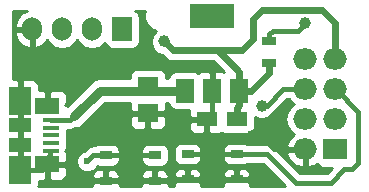
<source format=gtl>
G04 #@! TF.FileFunction,Copper,L1,Top,Signal*
%FSLAX46Y46*%
G04 Gerber Fmt 4.6, Leading zero omitted, Abs format (unit mm)*
G04 Created by KiCad (PCBNEW 4.0.7) date Wed Dec 12 21:34:46 2018*
%MOMM*%
%LPD*%
G01*
G04 APERTURE LIST*
%ADD10C,0.100000*%
%ADD11R,1.380000X0.450000*%
%ADD12R,2.100000X1.475000*%
%ADD13R,1.900000X2.375000*%
%ADD14R,1.900000X1.175000*%
%ADD15R,1.700000X2.000000*%
%ADD16O,1.700000X2.000000*%
%ADD17R,1.050000X0.650000*%
%ADD18R,3.800000X2.000000*%
%ADD19R,1.500000X2.000000*%
%ADD20R,2.000000X1.800000*%
%ADD21O,2.000000X1.800000*%
%ADD22R,1.800000X1.550000*%
%ADD23R,1.750000X1.260000*%
%ADD24R,1.300000X0.700000*%
%ADD25C,1.000000*%
%ADD26C,0.600000*%
%ADD27C,0.400000*%
%ADD28C,0.600000*%
%ADD29C,0.800000*%
%ADD30C,0.254000*%
G04 APERTURE END LIST*
D10*
D11*
X61130800Y-103069900D03*
X61130800Y-103719900D03*
X61130800Y-104369900D03*
X61130800Y-105019900D03*
X61130800Y-105669900D03*
D12*
X60770800Y-101907400D03*
X60770800Y-106832400D03*
D13*
X58470800Y-101459900D03*
X58470800Y-107279900D03*
D14*
X58470800Y-103529900D03*
X58470800Y-105209900D03*
D15*
X67106800Y-95402400D03*
D16*
X64566800Y-95402400D03*
X62026800Y-95402400D03*
X59486800Y-95402400D03*
D17*
X72651800Y-105960600D03*
X76801800Y-105960600D03*
X72651800Y-108110600D03*
X76801800Y-108110600D03*
D18*
X74726800Y-94284400D03*
D19*
X74726800Y-100584400D03*
X77026800Y-100584400D03*
X72426800Y-100584400D03*
D20*
X85140800Y-105562400D03*
D21*
X82600800Y-105562400D03*
X85140800Y-103022400D03*
X82600800Y-103022400D03*
X85140800Y-100482400D03*
X82600800Y-100482400D03*
X85140800Y-97942400D03*
X82600800Y-97942400D03*
D22*
X69291200Y-100171000D03*
X69291200Y-102521000D03*
D23*
X76814600Y-103022400D03*
X74264600Y-103022400D03*
D24*
X79552800Y-98282800D03*
X79552800Y-96382800D03*
D17*
X65743000Y-106062200D03*
X69893000Y-106062200D03*
X65743000Y-108212200D03*
X69893000Y-108212200D03*
D25*
X78130400Y-104394000D03*
X63804800Y-99212400D03*
X70662800Y-96418400D03*
X82613500Y-94869000D03*
D26*
X64160400Y-106578400D03*
D25*
X78930500Y-101854000D03*
D27*
X78837506Y-104394000D02*
X78130400Y-104394000D01*
X80005906Y-105562400D02*
X78837506Y-104394000D01*
X82600800Y-105562400D02*
X80005906Y-105562400D01*
X74726800Y-100584400D02*
X74726800Y-102560200D01*
X74726800Y-102560200D02*
X74264600Y-103022400D01*
X58470800Y-107279900D02*
X60323300Y-107279900D01*
X60323300Y-107279900D02*
X60770800Y-106832400D01*
X60770800Y-106832400D02*
X60770800Y-106310400D01*
X60770800Y-106310400D02*
X61010800Y-106070400D01*
X61010800Y-106070400D02*
X61010800Y-105789900D01*
X61010800Y-105789900D02*
X61130800Y-105669900D01*
X74726800Y-102514400D02*
X74472800Y-102768400D01*
X74472800Y-102768400D02*
X73698800Y-102768400D01*
X64820800Y-98196400D02*
X63804800Y-99212400D01*
X69900800Y-98196400D02*
X64820800Y-98196400D01*
X74726800Y-98196400D02*
X69900800Y-98196400D01*
X74726800Y-100584400D02*
X74726800Y-98196400D01*
D28*
X77026800Y-100584400D02*
X77026800Y-101840000D01*
X77026800Y-101840000D02*
X76814600Y-102052200D01*
X76814600Y-102052200D02*
X76814600Y-103022400D01*
X77026800Y-100584400D02*
X78028400Y-100584400D01*
X78028400Y-100584400D02*
X79552800Y-99060000D01*
X79552800Y-99060000D02*
X79552800Y-98282800D01*
X75222800Y-97180400D02*
X77254100Y-97180400D01*
X77254100Y-97180400D02*
X78232000Y-96202500D01*
X78232000Y-96202500D02*
X78232000Y-94551500D01*
X78232000Y-94551500D02*
X78994000Y-93789500D01*
X78994000Y-93789500D02*
X84074000Y-93789500D01*
X84074000Y-93789500D02*
X85140800Y-94856300D01*
X85140800Y-94856300D02*
X85140800Y-97942400D01*
X77026800Y-100584400D02*
X77026800Y-98984400D01*
X77026800Y-98984400D02*
X75222800Y-97180400D01*
X71424800Y-97180400D02*
X70662800Y-96418400D01*
X75222800Y-97180400D02*
X71424800Y-97180400D01*
X77000800Y-100610400D02*
X77026800Y-100584400D01*
D27*
X79552800Y-95834200D02*
X79552800Y-96382800D01*
X79552800Y-95834200D02*
X79883000Y-95504000D01*
X79883000Y-95504000D02*
X81978500Y-95504000D01*
X81978500Y-95504000D02*
X82613500Y-94869000D01*
X69893000Y-106062200D02*
X68968000Y-106062200D01*
X68968000Y-106062200D02*
X65743000Y-106062200D01*
X64160400Y-106578400D02*
X64676600Y-106062200D01*
X64676600Y-106062200D02*
X65743000Y-106062200D01*
X82600800Y-100482400D02*
X80726364Y-100482400D01*
X79354764Y-101854000D02*
X78930500Y-101854000D01*
X80726364Y-100482400D02*
X79354764Y-101854000D01*
X72651800Y-105960600D02*
X76801800Y-105960600D01*
X85140800Y-100482400D02*
X85240800Y-100482400D01*
X85240800Y-100482400D02*
X87122000Y-102363600D01*
X87122000Y-102363600D02*
X87122000Y-106680000D01*
X87122000Y-106680000D02*
X86550500Y-107251500D01*
X86550500Y-107251500D02*
X85940900Y-107251500D01*
X84797900Y-108394500D02*
X81828255Y-108394500D01*
X85940900Y-107251500D02*
X84797900Y-108394500D01*
X81828255Y-108394500D02*
X79394355Y-105960600D01*
X77726800Y-105960600D02*
X76801800Y-105960600D01*
X79394355Y-105960600D02*
X77726800Y-105960600D01*
X72426800Y-100584400D02*
X69704600Y-100584400D01*
X69704600Y-100584400D02*
X69291200Y-100171000D01*
X69291200Y-100171000D02*
X69291200Y-100533600D01*
X69291200Y-100533600D02*
X69342000Y-100584400D01*
D29*
X65226800Y-100584400D02*
X63042800Y-102768400D01*
D27*
X62741300Y-103069900D02*
X63042800Y-102768400D01*
X61130800Y-103069900D02*
X62741300Y-103069900D01*
D29*
X72426800Y-100584400D02*
X65226800Y-100584400D01*
D30*
G36*
X81383359Y-101567809D02*
X81659619Y-101752400D01*
X81383359Y-101936991D01*
X81050613Y-102434981D01*
X80933768Y-103022400D01*
X81050613Y-103609819D01*
X81383359Y-104107809D01*
X81654854Y-104289216D01*
X81243991Y-104682648D01*
X81009764Y-105197660D01*
X81130422Y-105435400D01*
X82473800Y-105435400D01*
X82473800Y-105415400D01*
X82727800Y-105415400D01*
X82727800Y-105435400D01*
X82747800Y-105435400D01*
X82747800Y-105689400D01*
X82727800Y-105689400D01*
X82727800Y-106937535D01*
X82967420Y-107073177D01*
X83525274Y-106856145D01*
X83596002Y-106788417D01*
X83676710Y-106913841D01*
X83888910Y-107058831D01*
X84140800Y-107109840D01*
X84901692Y-107109840D01*
X84452032Y-107559500D01*
X82174123Y-107559500D01*
X80541763Y-105927140D01*
X81009764Y-105927140D01*
X81243991Y-106442152D01*
X81676326Y-106856145D01*
X82234180Y-107073177D01*
X82473800Y-106937535D01*
X82473800Y-105689400D01*
X81130422Y-105689400D01*
X81009764Y-105927140D01*
X80541763Y-105927140D01*
X79984789Y-105370166D01*
X79935003Y-105336900D01*
X79713896Y-105189161D01*
X79394355Y-105125600D01*
X77705186Y-105125600D01*
X77578690Y-105039169D01*
X77326800Y-104988160D01*
X76276800Y-104988160D01*
X76041483Y-105032438D01*
X75825359Y-105171510D01*
X75680369Y-105383710D01*
X75629360Y-105635600D01*
X75629360Y-106285600D01*
X75673638Y-106520917D01*
X75812710Y-106737041D01*
X76024910Y-106882031D01*
X76276800Y-106933040D01*
X77326800Y-106933040D01*
X77562117Y-106888762D01*
X77706895Y-106795600D01*
X79048487Y-106795600D01*
X80915287Y-108662400D01*
X77920176Y-108662400D01*
X77961800Y-108561910D01*
X77961800Y-108396350D01*
X77803050Y-108237600D01*
X76928800Y-108237600D01*
X76928800Y-108257600D01*
X76674800Y-108257600D01*
X76674800Y-108237600D01*
X75800550Y-108237600D01*
X75641800Y-108396350D01*
X75641800Y-108561910D01*
X75683424Y-108662400D01*
X73770176Y-108662400D01*
X73811800Y-108561910D01*
X73811800Y-108396350D01*
X73653050Y-108237600D01*
X72778800Y-108237600D01*
X72778800Y-108257600D01*
X72524800Y-108257600D01*
X72524800Y-108237600D01*
X71650550Y-108237600D01*
X71491800Y-108396350D01*
X71491800Y-108561910D01*
X71533424Y-108662400D01*
X71053000Y-108662400D01*
X71053000Y-108497950D01*
X70894250Y-108339200D01*
X70020000Y-108339200D01*
X70020000Y-108359200D01*
X69766000Y-108359200D01*
X69766000Y-108339200D01*
X68891750Y-108339200D01*
X68733000Y-108497950D01*
X68733000Y-108662400D01*
X66903000Y-108662400D01*
X66903000Y-108497950D01*
X66744250Y-108339200D01*
X65870000Y-108339200D01*
X65870000Y-108359200D01*
X65616000Y-108359200D01*
X65616000Y-108339200D01*
X64741750Y-108339200D01*
X64583000Y-108497950D01*
X64583000Y-108662400D01*
X60027347Y-108662400D01*
X60055800Y-108593709D01*
X60055800Y-108204900D01*
X60485050Y-108204900D01*
X60643800Y-108046150D01*
X60643800Y-106959400D01*
X60897800Y-106959400D01*
X60897800Y-108046150D01*
X61056550Y-108204900D01*
X61947110Y-108204900D01*
X62180499Y-108108227D01*
X62359127Y-107929598D01*
X62429008Y-107760890D01*
X64583000Y-107760890D01*
X64583000Y-107926450D01*
X64741750Y-108085200D01*
X65616000Y-108085200D01*
X65616000Y-107410950D01*
X65870000Y-107410950D01*
X65870000Y-108085200D01*
X66744250Y-108085200D01*
X66903000Y-107926450D01*
X66903000Y-107760890D01*
X68733000Y-107760890D01*
X68733000Y-107926450D01*
X68891750Y-108085200D01*
X69766000Y-108085200D01*
X69766000Y-107410950D01*
X70020000Y-107410950D01*
X70020000Y-108085200D01*
X70894250Y-108085200D01*
X71053000Y-107926450D01*
X71053000Y-107760890D01*
X71010916Y-107659290D01*
X71491800Y-107659290D01*
X71491800Y-107824850D01*
X71650550Y-107983600D01*
X72524800Y-107983600D01*
X72524800Y-107309350D01*
X72778800Y-107309350D01*
X72778800Y-107983600D01*
X73653050Y-107983600D01*
X73811800Y-107824850D01*
X73811800Y-107659290D01*
X75641800Y-107659290D01*
X75641800Y-107824850D01*
X75800550Y-107983600D01*
X76674800Y-107983600D01*
X76674800Y-107309350D01*
X76928800Y-107309350D01*
X76928800Y-107983600D01*
X77803050Y-107983600D01*
X77961800Y-107824850D01*
X77961800Y-107659290D01*
X77865127Y-107425901D01*
X77686498Y-107247273D01*
X77453109Y-107150600D01*
X77087550Y-107150600D01*
X76928800Y-107309350D01*
X76674800Y-107309350D01*
X76516050Y-107150600D01*
X76150491Y-107150600D01*
X75917102Y-107247273D01*
X75738473Y-107425901D01*
X75641800Y-107659290D01*
X73811800Y-107659290D01*
X73715127Y-107425901D01*
X73536498Y-107247273D01*
X73303109Y-107150600D01*
X72937550Y-107150600D01*
X72778800Y-107309350D01*
X72524800Y-107309350D01*
X72366050Y-107150600D01*
X72000491Y-107150600D01*
X71767102Y-107247273D01*
X71588473Y-107425901D01*
X71491800Y-107659290D01*
X71010916Y-107659290D01*
X70956327Y-107527501D01*
X70777698Y-107348873D01*
X70544309Y-107252200D01*
X70178750Y-107252200D01*
X70020000Y-107410950D01*
X69766000Y-107410950D01*
X69607250Y-107252200D01*
X69241691Y-107252200D01*
X69008302Y-107348873D01*
X68829673Y-107527501D01*
X68733000Y-107760890D01*
X66903000Y-107760890D01*
X66806327Y-107527501D01*
X66627698Y-107348873D01*
X66394309Y-107252200D01*
X66028750Y-107252200D01*
X65870000Y-107410950D01*
X65616000Y-107410950D01*
X65457250Y-107252200D01*
X65091691Y-107252200D01*
X64858302Y-107348873D01*
X64679673Y-107527501D01*
X64583000Y-107760890D01*
X62429008Y-107760890D01*
X62455800Y-107696209D01*
X62455800Y-107118150D01*
X62297050Y-106959400D01*
X60897800Y-106959400D01*
X60643800Y-106959400D01*
X60623800Y-106959400D01*
X60623800Y-106763567D01*
X63225238Y-106763567D01*
X63367283Y-107107343D01*
X63630073Y-107370592D01*
X63973601Y-107513238D01*
X64345567Y-107513562D01*
X64689343Y-107371517D01*
X64952592Y-107108727D01*
X65001556Y-106990809D01*
X65218000Y-107034640D01*
X66268000Y-107034640D01*
X66503317Y-106990362D01*
X66719441Y-106851290D01*
X66864431Y-106639090D01*
X66915440Y-106387200D01*
X66915440Y-105737200D01*
X68720560Y-105737200D01*
X68720560Y-106387200D01*
X68764838Y-106622517D01*
X68903910Y-106838641D01*
X69116110Y-106983631D01*
X69368000Y-107034640D01*
X70418000Y-107034640D01*
X70653317Y-106990362D01*
X70869441Y-106851290D01*
X71014431Y-106639090D01*
X71065440Y-106387200D01*
X71065440Y-105737200D01*
X71046323Y-105635600D01*
X71479360Y-105635600D01*
X71479360Y-106285600D01*
X71523638Y-106520917D01*
X71662710Y-106737041D01*
X71874910Y-106882031D01*
X72126800Y-106933040D01*
X73176800Y-106933040D01*
X73412117Y-106888762D01*
X73628241Y-106749690D01*
X73773231Y-106537490D01*
X73824240Y-106285600D01*
X73824240Y-105635600D01*
X73779962Y-105400283D01*
X73640890Y-105184159D01*
X73428690Y-105039169D01*
X73176800Y-104988160D01*
X72126800Y-104988160D01*
X71891483Y-105032438D01*
X71675359Y-105171510D01*
X71530369Y-105383710D01*
X71479360Y-105635600D01*
X71046323Y-105635600D01*
X71021162Y-105501883D01*
X70882090Y-105285759D01*
X70669890Y-105140769D01*
X70418000Y-105089760D01*
X69368000Y-105089760D01*
X69132683Y-105134038D01*
X68916559Y-105273110D01*
X68771569Y-105485310D01*
X68720560Y-105737200D01*
X66915440Y-105737200D01*
X66871162Y-105501883D01*
X66732090Y-105285759D01*
X66519890Y-105140769D01*
X66268000Y-105089760D01*
X65218000Y-105089760D01*
X64982683Y-105134038D01*
X64860446Y-105212695D01*
X64719200Y-105184600D01*
X64399660Y-105248160D01*
X64128766Y-105429166D01*
X63872067Y-105685865D01*
X63631457Y-105785283D01*
X63368208Y-106048073D01*
X63225562Y-106391601D01*
X63225238Y-106763567D01*
X60623800Y-106763567D01*
X60623800Y-106705400D01*
X60643800Y-106705400D01*
X60643800Y-106685400D01*
X60897800Y-106685400D01*
X60897800Y-106705400D01*
X62297050Y-106705400D01*
X62455800Y-106546650D01*
X62455800Y-105941150D01*
X62436396Y-105921746D01*
X62359127Y-105735202D01*
X62296870Y-105672944D01*
X62417231Y-105496790D01*
X62432358Y-105422092D01*
X62455800Y-105398650D01*
X62455800Y-105318591D01*
X62454132Y-105314565D01*
X62468240Y-105244900D01*
X62468240Y-104794900D01*
X62448733Y-104691229D01*
X62468240Y-104594900D01*
X62468240Y-104144900D01*
X62448733Y-104041229D01*
X62468240Y-103944900D01*
X62468240Y-103904900D01*
X62741300Y-103904900D01*
X63060841Y-103841339D01*
X63149334Y-103782210D01*
X63438877Y-103724615D01*
X63774656Y-103500256D01*
X64468161Y-102806750D01*
X67756200Y-102806750D01*
X67756200Y-103422309D01*
X67852873Y-103655698D01*
X68031501Y-103834327D01*
X68264890Y-103931000D01*
X69005450Y-103931000D01*
X69164200Y-103772250D01*
X69164200Y-102648000D01*
X69418200Y-102648000D01*
X69418200Y-103772250D01*
X69576950Y-103931000D01*
X70317510Y-103931000D01*
X70550899Y-103834327D01*
X70729527Y-103655698D01*
X70826200Y-103422309D01*
X70826200Y-103308150D01*
X72754600Y-103308150D01*
X72754600Y-103778710D01*
X72851273Y-104012099D01*
X73029902Y-104190727D01*
X73263291Y-104287400D01*
X73978850Y-104287400D01*
X74137600Y-104128650D01*
X74137600Y-103149400D01*
X72913350Y-103149400D01*
X72754600Y-103308150D01*
X70826200Y-103308150D01*
X70826200Y-102806750D01*
X70667450Y-102648000D01*
X69418200Y-102648000D01*
X69164200Y-102648000D01*
X67914950Y-102648000D01*
X67756200Y-102806750D01*
X64468161Y-102806750D01*
X65655511Y-101619400D01*
X67756321Y-101619400D01*
X67756200Y-101619691D01*
X67756200Y-102235250D01*
X67914950Y-102394000D01*
X69164200Y-102394000D01*
X69164200Y-102374000D01*
X69418200Y-102374000D01*
X69418200Y-102394000D01*
X70667450Y-102394000D01*
X70826200Y-102235250D01*
X70826200Y-101619691D01*
X70826079Y-101619400D01*
X71035946Y-101619400D01*
X71073638Y-101819717D01*
X71212710Y-102035841D01*
X71424910Y-102180831D01*
X71676800Y-102231840D01*
X72768787Y-102231840D01*
X72754600Y-102266090D01*
X72754600Y-102736650D01*
X72913350Y-102895400D01*
X74137600Y-102895400D01*
X74137600Y-102875400D01*
X74391600Y-102875400D01*
X74391600Y-102895400D01*
X74411600Y-102895400D01*
X74411600Y-103149400D01*
X74391600Y-103149400D01*
X74391600Y-104128650D01*
X74550350Y-104287400D01*
X75265909Y-104287400D01*
X75499298Y-104190727D01*
X75541260Y-104148766D01*
X75687710Y-104248831D01*
X75939600Y-104299840D01*
X77689600Y-104299840D01*
X77924917Y-104255562D01*
X78141041Y-104116490D01*
X78286031Y-103904290D01*
X78337040Y-103652400D01*
X78337040Y-102836534D01*
X78703744Y-102988803D01*
X79155275Y-102989197D01*
X79572586Y-102816767D01*
X79892145Y-102497765D01*
X79902422Y-102473016D01*
X79945198Y-102444434D01*
X81072232Y-101317400D01*
X81216041Y-101317400D01*
X81383359Y-101567809D01*
X81383359Y-101567809D01*
G37*
X81383359Y-101567809D02*
X81659619Y-101752400D01*
X81383359Y-101936991D01*
X81050613Y-102434981D01*
X80933768Y-103022400D01*
X81050613Y-103609819D01*
X81383359Y-104107809D01*
X81654854Y-104289216D01*
X81243991Y-104682648D01*
X81009764Y-105197660D01*
X81130422Y-105435400D01*
X82473800Y-105435400D01*
X82473800Y-105415400D01*
X82727800Y-105415400D01*
X82727800Y-105435400D01*
X82747800Y-105435400D01*
X82747800Y-105689400D01*
X82727800Y-105689400D01*
X82727800Y-106937535D01*
X82967420Y-107073177D01*
X83525274Y-106856145D01*
X83596002Y-106788417D01*
X83676710Y-106913841D01*
X83888910Y-107058831D01*
X84140800Y-107109840D01*
X84901692Y-107109840D01*
X84452032Y-107559500D01*
X82174123Y-107559500D01*
X80541763Y-105927140D01*
X81009764Y-105927140D01*
X81243991Y-106442152D01*
X81676326Y-106856145D01*
X82234180Y-107073177D01*
X82473800Y-106937535D01*
X82473800Y-105689400D01*
X81130422Y-105689400D01*
X81009764Y-105927140D01*
X80541763Y-105927140D01*
X79984789Y-105370166D01*
X79935003Y-105336900D01*
X79713896Y-105189161D01*
X79394355Y-105125600D01*
X77705186Y-105125600D01*
X77578690Y-105039169D01*
X77326800Y-104988160D01*
X76276800Y-104988160D01*
X76041483Y-105032438D01*
X75825359Y-105171510D01*
X75680369Y-105383710D01*
X75629360Y-105635600D01*
X75629360Y-106285600D01*
X75673638Y-106520917D01*
X75812710Y-106737041D01*
X76024910Y-106882031D01*
X76276800Y-106933040D01*
X77326800Y-106933040D01*
X77562117Y-106888762D01*
X77706895Y-106795600D01*
X79048487Y-106795600D01*
X80915287Y-108662400D01*
X77920176Y-108662400D01*
X77961800Y-108561910D01*
X77961800Y-108396350D01*
X77803050Y-108237600D01*
X76928800Y-108237600D01*
X76928800Y-108257600D01*
X76674800Y-108257600D01*
X76674800Y-108237600D01*
X75800550Y-108237600D01*
X75641800Y-108396350D01*
X75641800Y-108561910D01*
X75683424Y-108662400D01*
X73770176Y-108662400D01*
X73811800Y-108561910D01*
X73811800Y-108396350D01*
X73653050Y-108237600D01*
X72778800Y-108237600D01*
X72778800Y-108257600D01*
X72524800Y-108257600D01*
X72524800Y-108237600D01*
X71650550Y-108237600D01*
X71491800Y-108396350D01*
X71491800Y-108561910D01*
X71533424Y-108662400D01*
X71053000Y-108662400D01*
X71053000Y-108497950D01*
X70894250Y-108339200D01*
X70020000Y-108339200D01*
X70020000Y-108359200D01*
X69766000Y-108359200D01*
X69766000Y-108339200D01*
X68891750Y-108339200D01*
X68733000Y-108497950D01*
X68733000Y-108662400D01*
X66903000Y-108662400D01*
X66903000Y-108497950D01*
X66744250Y-108339200D01*
X65870000Y-108339200D01*
X65870000Y-108359200D01*
X65616000Y-108359200D01*
X65616000Y-108339200D01*
X64741750Y-108339200D01*
X64583000Y-108497950D01*
X64583000Y-108662400D01*
X60027347Y-108662400D01*
X60055800Y-108593709D01*
X60055800Y-108204900D01*
X60485050Y-108204900D01*
X60643800Y-108046150D01*
X60643800Y-106959400D01*
X60897800Y-106959400D01*
X60897800Y-108046150D01*
X61056550Y-108204900D01*
X61947110Y-108204900D01*
X62180499Y-108108227D01*
X62359127Y-107929598D01*
X62429008Y-107760890D01*
X64583000Y-107760890D01*
X64583000Y-107926450D01*
X64741750Y-108085200D01*
X65616000Y-108085200D01*
X65616000Y-107410950D01*
X65870000Y-107410950D01*
X65870000Y-108085200D01*
X66744250Y-108085200D01*
X66903000Y-107926450D01*
X66903000Y-107760890D01*
X68733000Y-107760890D01*
X68733000Y-107926450D01*
X68891750Y-108085200D01*
X69766000Y-108085200D01*
X69766000Y-107410950D01*
X70020000Y-107410950D01*
X70020000Y-108085200D01*
X70894250Y-108085200D01*
X71053000Y-107926450D01*
X71053000Y-107760890D01*
X71010916Y-107659290D01*
X71491800Y-107659290D01*
X71491800Y-107824850D01*
X71650550Y-107983600D01*
X72524800Y-107983600D01*
X72524800Y-107309350D01*
X72778800Y-107309350D01*
X72778800Y-107983600D01*
X73653050Y-107983600D01*
X73811800Y-107824850D01*
X73811800Y-107659290D01*
X75641800Y-107659290D01*
X75641800Y-107824850D01*
X75800550Y-107983600D01*
X76674800Y-107983600D01*
X76674800Y-107309350D01*
X76928800Y-107309350D01*
X76928800Y-107983600D01*
X77803050Y-107983600D01*
X77961800Y-107824850D01*
X77961800Y-107659290D01*
X77865127Y-107425901D01*
X77686498Y-107247273D01*
X77453109Y-107150600D01*
X77087550Y-107150600D01*
X76928800Y-107309350D01*
X76674800Y-107309350D01*
X76516050Y-107150600D01*
X76150491Y-107150600D01*
X75917102Y-107247273D01*
X75738473Y-107425901D01*
X75641800Y-107659290D01*
X73811800Y-107659290D01*
X73715127Y-107425901D01*
X73536498Y-107247273D01*
X73303109Y-107150600D01*
X72937550Y-107150600D01*
X72778800Y-107309350D01*
X72524800Y-107309350D01*
X72366050Y-107150600D01*
X72000491Y-107150600D01*
X71767102Y-107247273D01*
X71588473Y-107425901D01*
X71491800Y-107659290D01*
X71010916Y-107659290D01*
X70956327Y-107527501D01*
X70777698Y-107348873D01*
X70544309Y-107252200D01*
X70178750Y-107252200D01*
X70020000Y-107410950D01*
X69766000Y-107410950D01*
X69607250Y-107252200D01*
X69241691Y-107252200D01*
X69008302Y-107348873D01*
X68829673Y-107527501D01*
X68733000Y-107760890D01*
X66903000Y-107760890D01*
X66806327Y-107527501D01*
X66627698Y-107348873D01*
X66394309Y-107252200D01*
X66028750Y-107252200D01*
X65870000Y-107410950D01*
X65616000Y-107410950D01*
X65457250Y-107252200D01*
X65091691Y-107252200D01*
X64858302Y-107348873D01*
X64679673Y-107527501D01*
X64583000Y-107760890D01*
X62429008Y-107760890D01*
X62455800Y-107696209D01*
X62455800Y-107118150D01*
X62297050Y-106959400D01*
X60897800Y-106959400D01*
X60643800Y-106959400D01*
X60623800Y-106959400D01*
X60623800Y-106763567D01*
X63225238Y-106763567D01*
X63367283Y-107107343D01*
X63630073Y-107370592D01*
X63973601Y-107513238D01*
X64345567Y-107513562D01*
X64689343Y-107371517D01*
X64952592Y-107108727D01*
X65001556Y-106990809D01*
X65218000Y-107034640D01*
X66268000Y-107034640D01*
X66503317Y-106990362D01*
X66719441Y-106851290D01*
X66864431Y-106639090D01*
X66915440Y-106387200D01*
X66915440Y-105737200D01*
X68720560Y-105737200D01*
X68720560Y-106387200D01*
X68764838Y-106622517D01*
X68903910Y-106838641D01*
X69116110Y-106983631D01*
X69368000Y-107034640D01*
X70418000Y-107034640D01*
X70653317Y-106990362D01*
X70869441Y-106851290D01*
X71014431Y-106639090D01*
X71065440Y-106387200D01*
X71065440Y-105737200D01*
X71046323Y-105635600D01*
X71479360Y-105635600D01*
X71479360Y-106285600D01*
X71523638Y-106520917D01*
X71662710Y-106737041D01*
X71874910Y-106882031D01*
X72126800Y-106933040D01*
X73176800Y-106933040D01*
X73412117Y-106888762D01*
X73628241Y-106749690D01*
X73773231Y-106537490D01*
X73824240Y-106285600D01*
X73824240Y-105635600D01*
X73779962Y-105400283D01*
X73640890Y-105184159D01*
X73428690Y-105039169D01*
X73176800Y-104988160D01*
X72126800Y-104988160D01*
X71891483Y-105032438D01*
X71675359Y-105171510D01*
X71530369Y-105383710D01*
X71479360Y-105635600D01*
X71046323Y-105635600D01*
X71021162Y-105501883D01*
X70882090Y-105285759D01*
X70669890Y-105140769D01*
X70418000Y-105089760D01*
X69368000Y-105089760D01*
X69132683Y-105134038D01*
X68916559Y-105273110D01*
X68771569Y-105485310D01*
X68720560Y-105737200D01*
X66915440Y-105737200D01*
X66871162Y-105501883D01*
X66732090Y-105285759D01*
X66519890Y-105140769D01*
X66268000Y-105089760D01*
X65218000Y-105089760D01*
X64982683Y-105134038D01*
X64860446Y-105212695D01*
X64719200Y-105184600D01*
X64399660Y-105248160D01*
X64128766Y-105429166D01*
X63872067Y-105685865D01*
X63631457Y-105785283D01*
X63368208Y-106048073D01*
X63225562Y-106391601D01*
X63225238Y-106763567D01*
X60623800Y-106763567D01*
X60623800Y-106705400D01*
X60643800Y-106705400D01*
X60643800Y-106685400D01*
X60897800Y-106685400D01*
X60897800Y-106705400D01*
X62297050Y-106705400D01*
X62455800Y-106546650D01*
X62455800Y-105941150D01*
X62436396Y-105921746D01*
X62359127Y-105735202D01*
X62296870Y-105672944D01*
X62417231Y-105496790D01*
X62432358Y-105422092D01*
X62455800Y-105398650D01*
X62455800Y-105318591D01*
X62454132Y-105314565D01*
X62468240Y-105244900D01*
X62468240Y-104794900D01*
X62448733Y-104691229D01*
X62468240Y-104594900D01*
X62468240Y-104144900D01*
X62448733Y-104041229D01*
X62468240Y-103944900D01*
X62468240Y-103904900D01*
X62741300Y-103904900D01*
X63060841Y-103841339D01*
X63149334Y-103782210D01*
X63438877Y-103724615D01*
X63774656Y-103500256D01*
X64468161Y-102806750D01*
X67756200Y-102806750D01*
X67756200Y-103422309D01*
X67852873Y-103655698D01*
X68031501Y-103834327D01*
X68264890Y-103931000D01*
X69005450Y-103931000D01*
X69164200Y-103772250D01*
X69164200Y-102648000D01*
X69418200Y-102648000D01*
X69418200Y-103772250D01*
X69576950Y-103931000D01*
X70317510Y-103931000D01*
X70550899Y-103834327D01*
X70729527Y-103655698D01*
X70826200Y-103422309D01*
X70826200Y-103308150D01*
X72754600Y-103308150D01*
X72754600Y-103778710D01*
X72851273Y-104012099D01*
X73029902Y-104190727D01*
X73263291Y-104287400D01*
X73978850Y-104287400D01*
X74137600Y-104128650D01*
X74137600Y-103149400D01*
X72913350Y-103149400D01*
X72754600Y-103308150D01*
X70826200Y-103308150D01*
X70826200Y-102806750D01*
X70667450Y-102648000D01*
X69418200Y-102648000D01*
X69164200Y-102648000D01*
X67914950Y-102648000D01*
X67756200Y-102806750D01*
X64468161Y-102806750D01*
X65655511Y-101619400D01*
X67756321Y-101619400D01*
X67756200Y-101619691D01*
X67756200Y-102235250D01*
X67914950Y-102394000D01*
X69164200Y-102394000D01*
X69164200Y-102374000D01*
X69418200Y-102374000D01*
X69418200Y-102394000D01*
X70667450Y-102394000D01*
X70826200Y-102235250D01*
X70826200Y-101619691D01*
X70826079Y-101619400D01*
X71035946Y-101619400D01*
X71073638Y-101819717D01*
X71212710Y-102035841D01*
X71424910Y-102180831D01*
X71676800Y-102231840D01*
X72768787Y-102231840D01*
X72754600Y-102266090D01*
X72754600Y-102736650D01*
X72913350Y-102895400D01*
X74137600Y-102895400D01*
X74137600Y-102875400D01*
X74391600Y-102875400D01*
X74391600Y-102895400D01*
X74411600Y-102895400D01*
X74411600Y-103149400D01*
X74391600Y-103149400D01*
X74391600Y-104128650D01*
X74550350Y-104287400D01*
X75265909Y-104287400D01*
X75499298Y-104190727D01*
X75541260Y-104148766D01*
X75687710Y-104248831D01*
X75939600Y-104299840D01*
X77689600Y-104299840D01*
X77924917Y-104255562D01*
X78141041Y-104116490D01*
X78286031Y-103904290D01*
X78337040Y-103652400D01*
X78337040Y-102836534D01*
X78703744Y-102988803D01*
X79155275Y-102989197D01*
X79572586Y-102816767D01*
X79892145Y-102497765D01*
X79902422Y-102473016D01*
X79945198Y-102444434D01*
X81072232Y-101317400D01*
X81216041Y-101317400D01*
X81383359Y-101567809D01*
G36*
X58594755Y-94063736D02*
X58207776Y-94495588D01*
X58015516Y-95042658D01*
X58159569Y-95275400D01*
X59359800Y-95275400D01*
X59359800Y-95255400D01*
X59613800Y-95255400D01*
X59613800Y-95275400D01*
X59633800Y-95275400D01*
X59633800Y-95529400D01*
X59613800Y-95529400D01*
X59613800Y-96872555D01*
X59843690Y-96993876D01*
X59856060Y-96991953D01*
X60378845Y-96741064D01*
X60762147Y-96313315D01*
X60976746Y-96634486D01*
X61458515Y-96956393D01*
X62026800Y-97069432D01*
X62595085Y-96956393D01*
X63076854Y-96634486D01*
X63296800Y-96305313D01*
X63516746Y-96634486D01*
X63998515Y-96956393D01*
X64566800Y-97069432D01*
X65135085Y-96956393D01*
X65616854Y-96634486D01*
X65645081Y-96592241D01*
X65653638Y-96637717D01*
X65792710Y-96853841D01*
X66004910Y-96998831D01*
X66256800Y-97049840D01*
X67956800Y-97049840D01*
X68192117Y-97005562D01*
X68408241Y-96866490D01*
X68553231Y-96654290D01*
X68604240Y-96402400D01*
X68604240Y-94402400D01*
X68559962Y-94167083D01*
X68420890Y-93950959D01*
X68238592Y-93826400D01*
X69089380Y-93826400D01*
X68996215Y-94050766D01*
X68995786Y-94542079D01*
X69183408Y-94996157D01*
X69530515Y-95343871D01*
X69955778Y-95520456D01*
X69701155Y-95774635D01*
X69527997Y-96191644D01*
X69527603Y-96643175D01*
X69700033Y-97060486D01*
X70019035Y-97380045D01*
X70436044Y-97553203D01*
X70475347Y-97553237D01*
X70763655Y-97841545D01*
X71066991Y-98044227D01*
X71424800Y-98115400D01*
X74835510Y-98115400D01*
X75716462Y-98996352D01*
X75603110Y-98949400D01*
X75012550Y-98949400D01*
X74853800Y-99108150D01*
X74853800Y-100457400D01*
X74873800Y-100457400D01*
X74873800Y-100711400D01*
X74853800Y-100711400D01*
X74853800Y-100731400D01*
X74599800Y-100731400D01*
X74599800Y-100711400D01*
X74579800Y-100711400D01*
X74579800Y-100457400D01*
X74599800Y-100457400D01*
X74599800Y-99108150D01*
X74441050Y-98949400D01*
X73850490Y-98949400D01*
X73617101Y-99046073D01*
X73575140Y-99088034D01*
X73428690Y-98987969D01*
X73176800Y-98936960D01*
X71676800Y-98936960D01*
X71441483Y-98981238D01*
X71225359Y-99120310D01*
X71080369Y-99332510D01*
X71036448Y-99549400D01*
X70838640Y-99549400D01*
X70838640Y-99396000D01*
X70794362Y-99160683D01*
X70655290Y-98944559D01*
X70443090Y-98799569D01*
X70191200Y-98748560D01*
X68391200Y-98748560D01*
X68155883Y-98792838D01*
X67939759Y-98931910D01*
X67794769Y-99144110D01*
X67743760Y-99396000D01*
X67743760Y-99549400D01*
X65226800Y-99549400D01*
X64830722Y-99628185D01*
X64798972Y-99649400D01*
X64494944Y-99852544D01*
X64494942Y-99852547D01*
X62455800Y-101891688D01*
X62455800Y-101780398D01*
X62297052Y-101780398D01*
X62455800Y-101621650D01*
X62455800Y-101043591D01*
X62359127Y-100810202D01*
X62180499Y-100631573D01*
X61947110Y-100534900D01*
X61056550Y-100534900D01*
X60897800Y-100693650D01*
X60897800Y-101780400D01*
X60917800Y-101780400D01*
X60917800Y-102034400D01*
X60897800Y-102034400D01*
X60897800Y-102054400D01*
X60643800Y-102054400D01*
X60643800Y-102034400D01*
X60623800Y-102034400D01*
X60623800Y-101780400D01*
X60643800Y-101780400D01*
X60643800Y-100693650D01*
X60485050Y-100534900D01*
X60055800Y-100534900D01*
X60055800Y-100146091D01*
X59959127Y-99912702D01*
X59780499Y-99734073D01*
X59547110Y-99637400D01*
X58756550Y-99637400D01*
X58597800Y-99796150D01*
X58597800Y-101332900D01*
X58617800Y-101332900D01*
X58617800Y-101586900D01*
X58597800Y-101586900D01*
X58597800Y-103402900D01*
X58617800Y-103402900D01*
X58617800Y-103656900D01*
X58597800Y-103656900D01*
X58597800Y-105082900D01*
X58617800Y-105082900D01*
X58617800Y-105336900D01*
X58597800Y-105336900D01*
X58597800Y-107152900D01*
X58617800Y-107152900D01*
X58617800Y-107406900D01*
X58597800Y-107406900D01*
X58597800Y-107426900D01*
X58343800Y-107426900D01*
X58343800Y-107406900D01*
X58323800Y-107406900D01*
X58323800Y-107152900D01*
X58343800Y-107152900D01*
X58343800Y-105336900D01*
X58323800Y-105336900D01*
X58323800Y-105082900D01*
X58343800Y-105082900D01*
X58343800Y-103656900D01*
X58323800Y-103656900D01*
X58323800Y-103402900D01*
X58343800Y-103402900D01*
X58343800Y-101586900D01*
X58323800Y-101586900D01*
X58323800Y-101332900D01*
X58343800Y-101332900D01*
X58343800Y-99796150D01*
X58185050Y-99637400D01*
X57910800Y-99637400D01*
X57910800Y-95762142D01*
X58015516Y-95762142D01*
X58207776Y-96309212D01*
X58594755Y-96741064D01*
X59117540Y-96991953D01*
X59129910Y-96993876D01*
X59359800Y-96872555D01*
X59359800Y-95529400D01*
X58159569Y-95529400D01*
X58015516Y-95762142D01*
X57910800Y-95762142D01*
X57910800Y-93826400D01*
X59089299Y-93826400D01*
X58594755Y-94063736D01*
X58594755Y-94063736D01*
G37*
X58594755Y-94063736D02*
X58207776Y-94495588D01*
X58015516Y-95042658D01*
X58159569Y-95275400D01*
X59359800Y-95275400D01*
X59359800Y-95255400D01*
X59613800Y-95255400D01*
X59613800Y-95275400D01*
X59633800Y-95275400D01*
X59633800Y-95529400D01*
X59613800Y-95529400D01*
X59613800Y-96872555D01*
X59843690Y-96993876D01*
X59856060Y-96991953D01*
X60378845Y-96741064D01*
X60762147Y-96313315D01*
X60976746Y-96634486D01*
X61458515Y-96956393D01*
X62026800Y-97069432D01*
X62595085Y-96956393D01*
X63076854Y-96634486D01*
X63296800Y-96305313D01*
X63516746Y-96634486D01*
X63998515Y-96956393D01*
X64566800Y-97069432D01*
X65135085Y-96956393D01*
X65616854Y-96634486D01*
X65645081Y-96592241D01*
X65653638Y-96637717D01*
X65792710Y-96853841D01*
X66004910Y-96998831D01*
X66256800Y-97049840D01*
X67956800Y-97049840D01*
X68192117Y-97005562D01*
X68408241Y-96866490D01*
X68553231Y-96654290D01*
X68604240Y-96402400D01*
X68604240Y-94402400D01*
X68559962Y-94167083D01*
X68420890Y-93950959D01*
X68238592Y-93826400D01*
X69089380Y-93826400D01*
X68996215Y-94050766D01*
X68995786Y-94542079D01*
X69183408Y-94996157D01*
X69530515Y-95343871D01*
X69955778Y-95520456D01*
X69701155Y-95774635D01*
X69527997Y-96191644D01*
X69527603Y-96643175D01*
X69700033Y-97060486D01*
X70019035Y-97380045D01*
X70436044Y-97553203D01*
X70475347Y-97553237D01*
X70763655Y-97841545D01*
X71066991Y-98044227D01*
X71424800Y-98115400D01*
X74835510Y-98115400D01*
X75716462Y-98996352D01*
X75603110Y-98949400D01*
X75012550Y-98949400D01*
X74853800Y-99108150D01*
X74853800Y-100457400D01*
X74873800Y-100457400D01*
X74873800Y-100711400D01*
X74853800Y-100711400D01*
X74853800Y-100731400D01*
X74599800Y-100731400D01*
X74599800Y-100711400D01*
X74579800Y-100711400D01*
X74579800Y-100457400D01*
X74599800Y-100457400D01*
X74599800Y-99108150D01*
X74441050Y-98949400D01*
X73850490Y-98949400D01*
X73617101Y-99046073D01*
X73575140Y-99088034D01*
X73428690Y-98987969D01*
X73176800Y-98936960D01*
X71676800Y-98936960D01*
X71441483Y-98981238D01*
X71225359Y-99120310D01*
X71080369Y-99332510D01*
X71036448Y-99549400D01*
X70838640Y-99549400D01*
X70838640Y-99396000D01*
X70794362Y-99160683D01*
X70655290Y-98944559D01*
X70443090Y-98799569D01*
X70191200Y-98748560D01*
X68391200Y-98748560D01*
X68155883Y-98792838D01*
X67939759Y-98931910D01*
X67794769Y-99144110D01*
X67743760Y-99396000D01*
X67743760Y-99549400D01*
X65226800Y-99549400D01*
X64830722Y-99628185D01*
X64798972Y-99649400D01*
X64494944Y-99852544D01*
X64494942Y-99852547D01*
X62455800Y-101891688D01*
X62455800Y-101780398D01*
X62297052Y-101780398D01*
X62455800Y-101621650D01*
X62455800Y-101043591D01*
X62359127Y-100810202D01*
X62180499Y-100631573D01*
X61947110Y-100534900D01*
X61056550Y-100534900D01*
X60897800Y-100693650D01*
X60897800Y-101780400D01*
X60917800Y-101780400D01*
X60917800Y-102034400D01*
X60897800Y-102034400D01*
X60897800Y-102054400D01*
X60643800Y-102054400D01*
X60643800Y-102034400D01*
X60623800Y-102034400D01*
X60623800Y-101780400D01*
X60643800Y-101780400D01*
X60643800Y-100693650D01*
X60485050Y-100534900D01*
X60055800Y-100534900D01*
X60055800Y-100146091D01*
X59959127Y-99912702D01*
X59780499Y-99734073D01*
X59547110Y-99637400D01*
X58756550Y-99637400D01*
X58597800Y-99796150D01*
X58597800Y-101332900D01*
X58617800Y-101332900D01*
X58617800Y-101586900D01*
X58597800Y-101586900D01*
X58597800Y-103402900D01*
X58617800Y-103402900D01*
X58617800Y-103656900D01*
X58597800Y-103656900D01*
X58597800Y-105082900D01*
X58617800Y-105082900D01*
X58617800Y-105336900D01*
X58597800Y-105336900D01*
X58597800Y-107152900D01*
X58617800Y-107152900D01*
X58617800Y-107406900D01*
X58597800Y-107406900D01*
X58597800Y-107426900D01*
X58343800Y-107426900D01*
X58343800Y-107406900D01*
X58323800Y-107406900D01*
X58323800Y-107152900D01*
X58343800Y-107152900D01*
X58343800Y-105336900D01*
X58323800Y-105336900D01*
X58323800Y-105082900D01*
X58343800Y-105082900D01*
X58343800Y-103656900D01*
X58323800Y-103656900D01*
X58323800Y-103402900D01*
X58343800Y-103402900D01*
X58343800Y-101586900D01*
X58323800Y-101586900D01*
X58323800Y-101332900D01*
X58343800Y-101332900D01*
X58343800Y-99796150D01*
X58185050Y-99637400D01*
X57910800Y-99637400D01*
X57910800Y-95762142D01*
X58015516Y-95762142D01*
X58207776Y-96309212D01*
X58594755Y-96741064D01*
X59117540Y-96991953D01*
X59129910Y-96993876D01*
X59359800Y-96872555D01*
X59359800Y-95529400D01*
X58159569Y-95529400D01*
X58015516Y-95762142D01*
X57910800Y-95762142D01*
X57910800Y-93826400D01*
X59089299Y-93826400D01*
X58594755Y-94063736D01*
M02*

</source>
